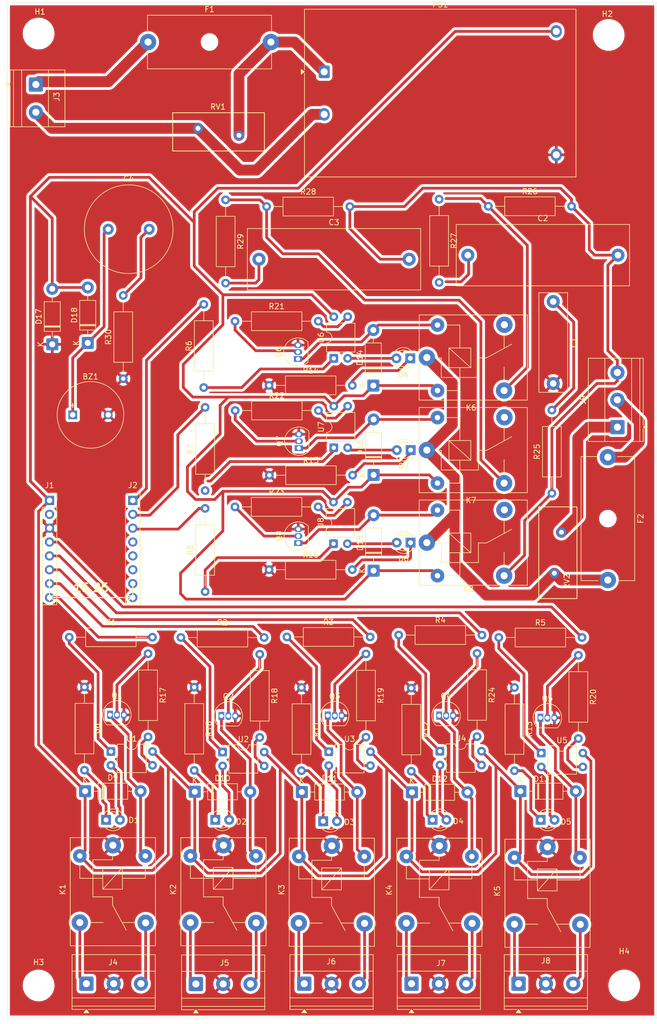
<source format=kicad_pcb>
(kicad_pcb (version 20241229) (generator "pcbnew") (generator_version "9.0")
  (layers (0 "F.Cu" signal) (2 "B.Cu" signal) (13 "F.Paste" user) (15 "B.Paste" user) (5 "F.SilkS" user "F.Silkscreen") (7 "B.SilkS" user "B.Silkscreen") (1 "F.Mask" user) (3 "B.Mask" user) (25 "Edge.Cuts" user))
  (net 0 "")
  (net 1 "Net-(D1-A)")
  (net 2 "Net-(D1-K)")
  (net 3 "Net-(D2-K)")
  (net 4 "Net-(D2-A)")
  (net 5 "Net-(D3-K)")
  (net 6 "Net-(D3-A)")
  (net 7 "Net-(D4-A)")
  (net 8 "Net-(D4-K)")
  (net 9 "Net-(D5-K)")
  (net 10 "Net-(D5-A)")
  (net 11 "Net-(D6-A)")
  (net 12 "Net-(D6-K)")
  (net 13 "Net-(D7-A)")
  (net 14 "Net-(D7-K)")
  (net 15 "Net-(D8-K)")
  (net 16 "Net-(D8-A)")
  (net 17 "/A")
  (net 18 "/VCC")
  (net 19 "/B")
  (net 20 "/C")
  (net 21 "/D")
  (net 22 "/E")
  (net 23 "/F")
  (net 24 "/H")
  (net 25 "/G")
  (net 26 "/4")
  (net 27 "/1")
  (net 28 "/0")
  (net 29 "GND")
  (net 30 "/2")
  (net 32 "/3")
  (net 33 "/7")
  (net 35 "/6")
  (net 36 "/9")
  (net 38 "/5")
  (net 39 "/10")
  (net 41 "Net-(J3-Pin_1)")
  (net 42 "Net-(J3-Pin_2)")
  (net 43 "/11")
  (net 44 "/12")
  (net 45 "/13")
  (net 46 "/14")
  (net 47 "/15")
  (net 48 "Net-(Q1-B)")
  (net 49 "Net-(Q2-B)")
  (net 50 "Net-(Q3-B)")
  (net 51 "Net-(Q4-B)")
  (net 52 "Net-(Q5-B)")
  (net 53 "Net-(Q6-B)")
  (net 54 "Net-(Q7-B)")
  (net 55 "Net-(Q8-B)")
  (net 56 "Net-(R1-Pad1)")
  (net 57 "Net-(R2-Pad1)")
  (net 58 "Net-(R3-Pad1)")
  (net 59 "Net-(R4-Pad1)")
  (net 60 "Net-(R5-Pad1)")
  (net 61 "Net-(R6-Pad1)")
  (net 62 "Net-(R7-Pad1)")
  (net 63 "Net-(R8-Pad1)")
  (net 64 "Net-(R17-Pad2)")
  (net 65 "Net-(R18-Pad2)")
  (net 66 "Net-(R19-Pad2)")
  (net 67 "Net-(R20-Pad2)")
  (net 68 "Net-(R21-Pad2)")
  (net 69 "Net-(R22-Pad2)")
  (net 70 "Net-(R23-Pad2)")
  (net 71 "Net-(R24-Pad2)")
  (net 72 "/16")
  (net 73 "Net-(PS1-AC{slash}L)")
  (net 74 "Net-(C4-Pad2)")
  (net 80 "/i")
  (net 81 "/ii")
  (net 82 "/iii")
  (net 83 "/iv")
  (net 84 "/v")
  (net 85 "Net-(C3-Pad1)")
  (net 86 "Net-(C1-Pad1)")
  (net 87 "Net-(C2-Pad1)")
  (net 88 "/AC")
  (net 89 "/BUZZER")
  (net 90 "/Neutral")
  (net 91 "/POWER")
  (footprint "LED_THT:LED_D3.0mm" (layer "F.Cu") (at 50.11 161.6725)
    (property "Reference" "D2")
    (property "Value" "LED")
  )
  (footprint "Package_DIP:DIP-4_W7.62mm" (layer "F.Cu") (at 109.8 149.4325)
    (property "Reference" "U5")
    (property "Value" "PC817")
  )
  (footprint "TerminalBlock_Phoenix:TerminalBlock_Phoenix_MKDS-1,5-3_1x03_P5.00mm_Horizontal" (layer "F.Cu") (at 46.55 191.7225)
    (property "Reference" "J5")
    (property "Value" "Screw_Terminal_01x03")
  )
  (footprint "Diode_THT:D_DO-41_SOD81_P10.16mm_Horizontal" (layer "F.Cu") (at 79.1 98.5 90)
    (property "Reference" "D16")
    (property "Value" "1N4007")
  )
  (footprint "Package_DIP:DIP-4_W7.62mm" (layer "F.Cu") (at 70.895 149.1975)
    (property "Reference" "U3")
    (property "Value" "PC817")
  )
  (footprint "Resistor_THT:R_Axial_DIN0309_L9.0mm_D3.2mm_P15.24mm_Horizontal" (layer "F.Cu") (at 60.01 98.55)
    (property "Reference" "R15")
    (property "Value" "1k")
  )
  (footprint "Resistor_THT:R_Axial_DIN0309_L9.0mm_D3.2mm_P15.24mm_Horizontal" (layer "F.Cu") (at 33.25 80.87 90)
    (property "Reference" "R30")
    (property "Value" "330")
  )
  (footprint "TerminalBlock_Phoenix:TerminalBlock_Phoenix_MKDS-1,5-3_1x03_P5.00mm_Horizontal" (layer "F.Cu") (at 86.05 191.6725)
    (property "Reference" "J7")
    (property "Value" "Screw_Terminal_01x03")
  )
  (footprint "Resistor_THT:R_Axial_DIN0309_L9.0mm_D3.2mm_P15.24mm_Horizontal" (layer "F.Cu") (at 58.25 131.3325 -90)
    (property "Reference" "R18")
    (property "Value" "1k")
  )
  (footprint "LED_THT:LED_D3.0mm" (layer "F.Cu") (at 69.86 161.9225)
    (property "Reference" "D3")
    (property "Value" "LED")
  )
  (footprint "Resistor_THT:R_Axial_DIN0309_L9.0mm_D3.2mm_P15.24mm_Horizontal" (layer "F.Cu") (at 43.81 128.2725)
    (property "Reference" "R2")
    (property "Value" "330")
  )
  (footprint "Package_DIP:DIP-4_W7.62mm" (layer "F.Cu") (at 51.445 149.2475)
    (property "Reference" "U2")
    (property "Value" "PC817")
  )
  (footprint "Buzzer_Beeper:MagneticBuzzer_ProSignal_ABT-410-RC" (layer "F.Cu") (at 24 87.5)
    (property "Reference" "BZ1")
    (property "Value" "Buzzer")
  )
  (footprint "Resistor_THT:R_Axial_DIN0309_L9.0mm_D3.2mm_P15.24mm_Horizontal" (layer "F.Cu") (at 116.6 131.5325 -90)
    (property "Reference" "R20")
    (property "Value" "1k")
  )
  (footprint "Resistor_THT:R_Axial_DIN0309_L9.0mm_D3.2mm_P15.24mm_Horizontal" (layer "F.Cu") (at 98.05 131.1825 -90)
    (property "Reference" "R24")
    (property "Value" "1k")
  )
  (footprint "Relay_THT:Relay_SPDT_SANYOU_SRD_Series_Form_C" (layer "F.Cu") (at 88.85 93.95)
    (property "Reference" "K7")
    (property "Value" "SANYOU_SRD_Form_C")
  )
  (footprint "Package_DIP:DIP-4_W7.62mm" (layer "F.Cu") (at 71.81 77.15 90)
    (property "Reference" "U6")
    (property "Value" "PC817")
  )
  (footprint "Package_TO_SOT_THT:TO-92_Inline" (layer "F.Cu") (at 65.25 77.27 90)
    (property "Reference" "Q6")
    (property "Value" "BC547")
  )
  (footprint "Resistor_THT:R_Axial_DIN0309_L9.0mm_D3.2mm_P15.24mm_Horizontal" (layer "F.Cu") (at 104.9 137.4325 -90)
    (property "Reference" "R13")
    (property "Value" "1k")
  )
  (footprint "Package_DIP:DIP-4_W7.62mm" (layer "F.Cu") (at 71.81 93.52 90)
    (property "Reference" "U7")
    (property "Value" "PC817")
  )
  (footprint "Capacitor_THT:C_Rect_L31.5mm_W11.0mm_P27.50mm_MKS4" (layer "F.Cu") (at 96.35 58.25)
    (property "Reference" "C2")
    (property "Value" "2.2uf/250V")
  )
  (footprint "LED_THT:LED_D3.0mm" (layer "F.Cu") (at 85.89 93.95 180)
    (property "Reference" "D7")
    (property "Value" "LED")
  )
  (footprint "Resistor_THT:R_Axial_DIN0309_L9.0mm_D3.2mm_P15.24mm_Horizontal" (layer "F.Cu") (at 111.75 101.87 90)
    (property "Reference" "R25")
    (property "Value" "100 (1/2, 1)W")
  )
  (footprint "Diode_THT:D_DO-41_SOD81_P10.16mm_Horizontal" (layer "F.Cu") (at 26.27 156.4225)
    (property "Reference" "D9")
    (property "Value" "1N4007")
  )
  (footprint "Capacitor_THT:C_Radial_D16.0mm_H25.0mm_P7.50mm" (layer "F.Cu") (at 30.5 53.5)
    (property "Reference" "C4")
    (property "Value" "4700u")
  )
  (footprint "Resistor_THT:R_Axial_DIN0309_L9.0mm_D3.2mm_P15.24mm_Horizontal" (layer "F.Cu") (at 59.51 49.35)
    (property "Reference" "R28")
    (property "Value" "220k 1/4W")
  )
  (footprint "Relay_THT:Relay_SPDT_SANYOU_SRD_Series_Form_C" (layer "F.Cu") (at 110.95 166.6225 -90)
    (property "Reference" "K5")
    (property "Value" "SANYOU_SRD_Form_C")
  )
  (footprint "Resistor_THT:R_Axial_DIN0309_L9.0mm_D3.2mm_P15.24mm_Horizontal" (layer "F.Cu") (at 63.23 128.1725)
    (property "Reference" "R3")
    (property "Value" "330")
  )
  (footprint "Diode_THT:D_DO-41_SOD81_P10.16mm_Horizontal" (layer "F.Cu") (at 79.1 116.03 90)
    (property "Reference" "D15")
    (property "Value" "1N4007")
  )
  (footprint "MountingHole:MountingHole_5.3mm_M5" (layer "F.Cu") (at 17.75 17.6725)
    (property "Reference" "H1")
    (property "Value" "MountingHole")
  )
  (footprint "Resistor_THT:R_Axial_DIN0309_L9.0mm_D3.2mm_P15.24mm_Horizontal" (layer "F.Cu") (at 53.73 70.35)
    (property "Reference" "R21")
    (property "Value" "1k")
  )
  (footprint "Relay_THT:Relay_SPDT_SANYOU_SRD_Series_Form_C" (layer "F.Cu") (at 71.45 166.4225 -90)
    (property "Reference" "K3")
    (property "Value" "SANYOU_SRD_Form_C")
  )
  (footprint "Package_TO_SOT_THT:TO-92_Inline" (layer "F.Cu") (at 30.83 142.4325)
    (property "Reference" "Q1")
    (property "Value" "BC547")
  )
  (footprint "Diode_THT:D_DO-41_SOD81_P10.16mm_Horizontal" (layer "F.Cu") (at 65.95 156.5725)
    (property "Reference" "D11")
    (property "Value" "1N4007")
  )
  (footprint "Resistor_THT:R_Axial_DIN0309_L9.0mm_D3.2mm_P15.24mm_Horizontal" (layer "F.Cu") (at 48.25 119.87 90)
    (property "Reference" "R8")
    (property "Value" "330")
  )
  (footprint "Relay_THT:Relay_SPDT_SANYOU_SRD_Series_Form_C" (layer "F.Cu") (at 88.85 110.9)
    (property "Reference" "K8")
    (property "Value" "SANYOU_SRD_Form_C")
  )
  (footprint "Resistor_THT:R_Axial_DIN0309_L9.0mm_D3.2mm_P15.24mm_Horizontal" (layer "F.Cu") (at 83.7 127.8225)
    (property "Reference" "R4")
    (property "Value" "330")
  )
  (footprint "Package_TO_SOT_THT:TO-92_Inline" (layer "F.Cu") (at 65.3 110.97 90)
    (property "Reference" "Q8")
    (property "Value" "BC547")
  )
  (footprint "MountingHole:MountingHole_5.3mm_M5" (layer "F.Cu") (at 17.75 192)
    (property "Reference" "H3")
    (property "Value" "MountingHole")
  )
  (footprint "Diode_THT:D_DO-41_SOD81_P10.16mm_Horizontal" (layer "F.Cu") (at 86.13 156.6225)
    (property "Reference" "D12")
    (property "Value" "1N4007")
  )
  (footprint "Converter_ACDC:Converter_ACDC_Hi-Link_HLK-10Mxx" (layer "F.Cu") (at 70.0525 24.6725)
    (property "Reference" "PS1")
    (property "Value" "HLK-10M05")
  )
  (footprint "Relay_THT:Relay_SPDT_SANYOU_SRD_Series_Form_C" (layer "F.Cu") (at 91.15 166.4225 -90)
    (property "Reference" "K4")
    (property "Value" "SANYOU_SRD_Form_C")
  )
  (footprint "Resistor_THT:R_Axial_DIN0309_L9.0mm_D3.2mm_P15.24mm_Horizontal" (layer "F.Cu") (at 53.71 104.35)
    (property "Reference" "R23")
    (property "Value" "1k")
  )
  (footprint "Resistor_THT:R_Axial_DIN0309_L9.0mm_D3.2mm_P15.24mm_Horizontal" (layer "F.Cu") (at 100.11 49.3)
    (property "Reference" "R26")
    (property "Value" "220k 1/4W")
  )
  (footprint "Resistor_THT:R_Axial_DIN0309_L9.0mm_D3.2mm_P15.24mm_Horizontal" (layer "F.Cu") (at 59.96 115.85)
    (property "Reference" "R16")
    (property "Value" "1k")
  )
  (footprint "Fuse:Fuseholder_Cylinder-5x20mm_Schurter_0031_8201_Horizontal_Open" (layer "F.Cu") (at 122 95.25 -90)
    (property "Reference" "F2")
    (property "Value" "250VAC/250mA")
  )
  (footprint "Resistor_THT:R_Axial_DIN0309_L9.0mm_D3.2mm_P15.24mm_Horizontal" (layer "F.Cu") (at 53.76 86.7)
    (property "Reference" "R22")
    (property "Value" "1k")
  )
  (footprint "Diode_THT:D_DO-41_SOD81_P10.16mm_Horizontal" (layer "F.Cu") (at 20.25 74.58 90)
    (property "Reference" "D17")
    (property "Value" "1N5819")
  )
  (footprint "Resistor_THT:R_Axial_DIN0309_L9.0mm_D3.2mm_P15.24mm_Horizontal" (layer "F.Cu") (at 102.03 128.2725)
    (property "Reference" "R5")
    (property "Value" "330")
  )
  (footprint "Package_DIP:DIP-4_W7.62mm" (layer "F.Cu") (at 71.76 111.1 90)
    (property "Reference" "U8")
    (property "Value" "PC817")
  )
  (footprint "Package_DIP:DIP-4_W7.62mm" (layer "F.Cu") (at 30.995 149.1475)
    (property "Reference" "U1")
    (property "Value" "PC817")
  )
  (footprint "TerminalBlock_Phoenix:TerminalBlock_Phoenix_MKDS-1,5-3_1x03_P5.00mm_Horizontal" (layer "F.Cu") (at 105.65 191.6725)
    (property "Reference" "J8")
    (property "Value" "Screw_Terminal_01x03")
  )
  (footprint "TerminalBlock_Phoenix:TerminalBlock_Phoenix_MKDS-1,5-2-5.08_1x02_P5.08mm_Horizontal" (layer "F.Cu") (at 17.25 27 -90)
    (property "Reference" "J3")
    (property "Value" "Screw_Terminal_01x02")
  )
  (footprint "Package_TO_SOT_THT:TO-92_Inline" (layer "F.Cu") (at 109.66 142.9725)
    (property "Reference" "Q5")
    (property "Value" "BC547")
  )
  (footprint "Resistor_THT:R_Axial_DIN0309_L9.0mm_D3.2mm_P15.24mm_Horizontal" (layer "F.Cu") (at 26.15 137.3325 -90)
    (property "Reference" "R9")
    (property "Value" "1k")
  )
  (footprint "TerminalBlock_Phoenix:TerminalBlock_Phoenix_MKDS-1,5-3_1x03_P5.00mm_Horizontal" (layer "F.Cu") (at 26.5 191.6725)
    (property "Reference" "J4")
    (property "Value" "Screw_Terminal_01x03")
  )
  (footprint "Resistor_THT:R_Axial_DIN0309_L9.0mm_D3.2mm_P15.24mm_Horizontal" (layer "F.Cu") (at 37.8 131.2325 -90)
    (property "Reference" "R17")
    (property "Value" "1k")
  )
  (footprint "Resistor_THT:R_Axial_DIN0309_L9.0mm_D3.2mm_P15.24mm_Horizontal" (layer "F.Cu") (at 77.7 131.2825 -90)
    (property "Reference" "R19")
    (property "Value" "1k")
  )
  (footprint "Relay_THT:Relay_SPDT_SANYOU_SRD_Series_Form_C" (layer "F.Cu") (at 51.6 166.3225 -90)
    (property "Reference" "K2")
    (property "Value" "SANYOU_SRD_Form_C")
  )
  (footprint "Resistor_THT:R_Axial_DIN0309_L9.0mm_D3.2mm_P15.24mm_Horizontal" (layer "F.Cu") (at 59.96 82.1)
    (property "Reference" "R14")
    (property "Value" "1k")
  )
  (footprint "Resistor_THT:R_Axial_DIN0309_L9.0mm_D3.2mm_P15.24mm_Horizontal" (layer "F.Cu") (at 52 48.13 -90)
    (property "Reference" "R29")
    (property "Value" "2.2u/1/2W")
  )
  (footprint "Package_DIP:DIP-4_W7.62mm" (layer "F.Cu") (at 91.245 149.0975)
    (property "Reference" "U4")
    (property "Value" "PC817")
  )
  (footprint "MountingHole:MountingHole_5.3mm_M5" (layer "F.Cu") (at 125 192)
    (property "Reference" "H4")
    (property "Value" "MountingHole")
  )
  (footprint "Resistor_THT:R_Axial_DIN0309_L9.0mm_D3.2mm_P15.24mm_Horizontal" (layer "F.Cu") (at 91.1 48.01 -90)
    (property "Reference" "R27")
    (property "Value" "2.2u/1/2W")
  )
  (footprint "LED_THT:LED_D3.0mm" (layer "F.Cu") (at 89.9 161.6725)
    (property "Reference" "D4")
    (property "Value" "LED")
  )
  (footprint "Relay_THT:Relay_SPDT_SANYOU_SRD_Series_Form_C" (layer "F.Cu") (at 31.35 166.3225 -90)
    (property "Reference" "K1")
    (property "Value" "SANYOU_SRD_Form_C")
  )
  (footprint "Resistor_THT:R_Axial_DIN0309_L9.0mm_D3.2mm_P15.24mm_Horizontal" (layer "F.Cu") (at 46.25 137.3725 -90)
    (property "Reference" "R10")
    (property "Value" "1k")
  )
  (footprint "Capacitor_THT:C_Rect_L18.0mm_W5.0mm_P15.00mm_FKS3_FKP3" (layer "F.Cu") (at 112 66.75 -90)
    (property "Reference" "C1")
    (property "Value" "0.1µF X2 275VAC")
  )
  (footprint "Package_TO_SOT_THT:TO-92_Inline" (layer "F.Cu") (at 51.23 142.6325)
    (property "Reference" "Q2")
    (property "Value" "BC547")
  )
  (footprint "Connector_PinSocket_2.54mm:PinSocket_1x08_P2.54mm_Vertical" (layer "F.Cu") (at 19.75 103.17)
    (property "Reference" "J1")
    (property "Value" "Conn_01x08_Socket" (hide yes))
  )
  (footprint "TerminalBlock_Phoenix:TerminalBlock_Phoenix_MKDS-1,5-3_1x03_P5.00mm_Horizontal" (layer "F.Cu") (at 123.75 89.75 90)
    (property "Reference" "J9")
    (property "Value" "Screw_Terminal_01x03")
  )
  (footprint "Capacitor_THT:C_Rect_L31.5mm_W11.0mm_P27.50mm_MKS4" (layer "F.Cu") (at 58.1 59)
    (property "Reference" "C3")
    (property "Value" "3.3uf/250V")
  )
  (footprint "Fuse:Fuseholder_Cylinder-5x20mm_Schurter_0031_8201_Horizontal_Open" (layer "F.Cu") (at 37.8 19.2225)
    (property "Reference" "F1")
    (property "Value" "250VAC/250mA")
  )
  (footprint "LED_THT:LED_D3.0mm" (layer "F.Cu") (at 85.87 110.9 180)
    (property "Reference" "D8")
    (property "Value" "LED")
  )
  (footprint "Connector_PinSocket_2.54mm:PinSocket_1x08_P2.54mm_Vertical" (layer "F.Cu") (at 35 103.17)
    (property "Reference" "J2")
    (property "Value" "Conn_01x08_Socket" (hide yes))
  )
  (footprint "LED_THT:LED_D3.0mm" (layer "F.Cu") (at 30.11 161.6725)
    (property "Reference" "D1")
    (property "Value" "LED")
  )
  (footprint "LED_THT:LED_D3.0mm" (layer "F.Cu") (at 85.82 77.15 180)
    (property "Reference" "D6")
    (property "Value" "LED")
  )
  (footprint "Diode_THT:D_DO-41_SOD81_P10.16mm_Horizontal" (layer "F.Cu") (at 105.98 156.4225)
    (property "Reference" "D13")
    (property "Value" "1N4007")
  )
  (footprint "Package_TO_SOT_THT:TO-92_Inline" (layer "F.Cu") (at 70.71 142.5725)
    (property "Reference" "Q3")
    (property "Value" "BC547")
  )
  (footprint "Resistor_THT:R_Axial_DIN0309_L9.0mm_D3.2mm_P15.24mm_Horizontal" (layer "F.Cu") (at 65.9 137.4225 -90)
    (property "Reference" "R11")
    (property "Value" "1k")
  )
  (footprint "Varistor:RV_Disc_D16.5mm_W6.7mm_P7.5mm" (layer "F.Cu") (at 46.95 35.0225)
    (property "Reference" "RV1")
    (property "Value" "471k")
  )
  (footprint "LED_THT:LED_D3.0mm" (layer "F.Cu") (at 109.69 161.6725)
    (property "Reference" "D5")
    (property "Value" "LED")
  )
  (footprint "Package_TO_SOT_THT:TO-92_Inline" (layer "F.Cu") (at 91.11 142.5725)
    (property "Reference" "Q4")
    (property "Value" "BC547")
  )
  (footprint "Resistor_THT:R_Axial_DIN0309_L9.0mm_D3.2mm_P15.24mm_Horizontal" (layer "F.Cu") (at 86 137.5225 -90)
    (property "Reference" "R12")
    (property "Value" "1k")
  )
  (footprint "Diode_THT:D_DO-41_SOD81_P10.16mm_Horizontal" (layer "F.Cu") (at 46.35 156.5225)
    (property "Reference" "D10")
    (property "Value" "1N4007")
  )
  (footprint "Resistor_THT:R_Axial_DIN0309_L9.0mm_D3.2mm_P15.24mm_Horizontal" (layer "F.Cu") (at 48.25 101.37 90)
    (property "Reference" "R7")
    (property "Value" "330")
  )
  (footprint "Resistor_THT:R_Axial_DIN0309_L9.0mm_D3.2mm_P15.24mm_Horizontal" (layer "F.Cu") (at 23.36 128.2225)
    (property "Reference" "R1")
    (property "Value" "330")
  )
  (footprint "MountingHole:MountingHole_5.3mm_M5" (layer "F.Cu") (at 122.15 17.9225)
    (property "Reference" "H2")
    (property "Value" "MountingHole")
  )
  (footprint "Diode_THT:D_DO-41_SOD81_P10.16mm_Horizontal" (layer "F.Cu") (at 79.05 82.13 90)
    (property "Reference" "D14")
    (property "Value" "1N4007")
  )
  (footprint "Varistor:RV_Disc_D16.5mm_W6.7mm_P7.5mm" (layer "F.Cu") (at 113.5 109 -90)
    (property "Reference" "RV2")
    (property "Value" "471k")
  )
  (footprint "Resistor_THT:R_Axial_DIN0309_L9.0mm_D3.2mm_P15.24mm_Horizontal" (layer "F.Cu") (at 48 82.5 90)
    (property "Reference" "R6")
    (property "Value" "330")
  )
  (footprint "Relay_THT:Relay_SPDT_SANYOU_SRD_Series_Form_C" (layer "F.Cu") (at 88.85 77)
    (property "Reference" "K6")
    (property "Value" "SANYOU_SRD_Form_C")
  )
  (footprint "Diode_THT:D_DO-41_SOD81_P10.16mm_Horizontal" (layer "F.Cu") (at 26.75 74.33 90)
    (property "Reference" "D18")
    (property "Value" "1N5819")
  )
  (footprint "TerminalBlock_Phoenix:TerminalBlock_Phoenix_MKDS-1,5-3_1x03_P5.00mm_Horizontal" (layer "F.Cu") (at 66.4 191.6725)
    (property "Reference" "J6")
    (property "Value" "Screw_Terminal_01x03")
  )
  (footprint "Package_TO_SOT_THT:TO-92_Inline" (layer "F.Cu") (at 65.4 93.59 90)
    (property "Reference" "Q7")
    (property "Value" "BC547")
  )
  (gr_rect (start 12 12) (end 131 198) (stroke (width 0.05)) (fill no) (layer "Edge.Cuts"))
  (dimension (type orthogonal) (layer "F.SilkS") (pts (xy 19.75 116.85) (xy 35 117.6)) (height 4.1) (orientation 0) (format (prefix "") (suffix "") (units 3) (units_format 0) (precision 4) (suppress_zeroes yes)) (style (thickness 0.2) (arrow_length 1.27) (text_position_mode 0) (arrow_direction outward) (extension_height 0.58642) (extension_offset 0.5) (keep_text_aligned yes)) (gr_text "15.25" (at 27.375 119.15 0) (layer "F.SilkS") (effects (font (size 1.5 1.5) (thickness 0.3)))))
  (segment (start 30.995 151.6875) (end 32.4 153.0925) (width 0.5) (layer "F.Cu") (net 1))
  (segment (start 32.4 159.1725) (end 32.65 159.4225) (width 0.5) (layer "F.Cu") (net 1))
  (segment (start 32.65 159.4225) (end 32.65 161.6725) (width 0.5) (layer "F.Cu") (net 1))
  (segment (start 32.4 153.0925) (end 32.4 159.1725) (width 0.5) (layer "F.Cu") (net 1))
  (segment (start 29.5 155.9225) (end 29.5 158.2725) (width 0.5) (layer "F.Cu") (net 2))
  (segment (start 26.15 152.5725) (end 29.5 155.9225) (width 0.5) (layer "F.Cu") (net 2))
  (segment (start 30.11 158.8825) (end 30.11 161.6725) (width 0.5) (layer "F.Cu") (net 2))
  (segment (start 29.5 158.2725) (end 30.11 158.8825) (width 0.5) (layer "F.Cu") (net 2))
  (segment (start 46.25 152.6125) (end 50.11 156.4725) (width 0.5) (layer "F.Cu") (net 3))
  (segment (start 50.11 156.4725) (end 50.11 161.6725) (width 0.5) (layer "F.Cu") (net 3))
  (segment (start 52.65 156.6725) (end 52.65 161.6725) (width 0.5) (layer "F.Cu") (net 4))
  (segment (start 51.445 151.7875) (end 51.445 155.4675) (width 0.5) (layer "F.Cu") (net 4))
  (segment (start 51.445 155.4675) (end 52.65 156.6725) (width 0.5) (layer "F.Cu") (net 4))
  (segment (start 69.9 155.4225) (end 69.86 155.4625) (width 0.2) (layer "F.Cu") (net 5))
  (segment (start 65.9 152.6625) (end 67.14 152.6625) (width 0.5) (layer "F.Cu") (net 5))
  (segment (start 67.14 152.6625) (end 69.9 155.4225) (width 0.5) (layer "F.Cu") (net 5))
  (segment (start 69.86 155.4625) (end 69.86 161.9225) (width 0.5) (layer "F.Cu") (net 5))
  (segment (start 72.4 156.1725) (end 72.4 161.9225) (width 0.5) (layer "F.Cu") (net 6))
  (segment (start 70.895 154.6675) (end 72.4 156.1725) (width 0.5) (layer "F.Cu") (net 6))
  (segment (start 70.895 151.7375) (end 70.895 154.6675) (width 0.5) (layer "F.Cu") (net 6))
  (segment (start 91.245 160.4775) (end 92.44 161.6725) (width 0.5) (layer "F.Cu") (net 7))
  (segment (start 91.245 151.6375) (end 91.245 160.4775) (width 0.5) (layer "F.Cu") (net 7))
  (segment (start 89.9 161.6725) (end 88.9 160.6725) (width 0.5) (layer "F.Cu") (net 8))
  (segment (start 88.9 155.6625) (end 86 152.7625) (width 0.5) (layer "F.Cu") (net 8))
  (segment (start 88.9 160.6725) (end 88.9 155.6625) (width 0.5) (layer "F.Cu") (net 8))
  (segment (start 107.9 154.1725) (end 107.9 159.8825) (width 0.5) (layer "F.Cu") (net 9))
  (segment (start 104.9 152.6725) (end 106.4 152.6725) (width 0.5) (layer "F.Cu") (net 9))
  (segment (start 106.4 152.6725) (end 107.9 154.1725) (width 0.5) (layer "F.Cu") (net 9))
  (segment (start 107.9 159.8825) (end 109.69 161.6725) (width 0.5) (layer "F.Cu") (net 9))
  (segment (start 109.8 151.9725) (end 111.4 153.5725) (width 0.5) (layer "F.Cu") (net 10))
  (segment (start 111.4 153.5725) (end 111.4 160.8425) (width 0.5) (layer "F.Cu") (net 10))
  (segment (start 111.4 160.8425) (end 112.23 161.6725) (width 0.5) (layer "F.Cu") (net 10))
  (segment (start 83.28 77.15) (end 74.35 77.15) (width 0.5) (layer "F.Cu") (net 11))
  (segment (start 75.2 81.3) (end 75.2 82.1) (width 0.5) (layer "F.Cu") (net 12))
  (segment (start 77.1 79.4) (end 75.2 81.3) (width 0.5) (layer "F.Cu") (net 12))
  (segment (start 83.57 79.4) (end 77.1 79.4) (width 0.5) (layer "F.Cu") (net 12))
  (segment (start 85.82 77.15) (end 83.57 79.4) (width 0.5) (layer "F.Cu") (net 12))
  (segment (start 74.78 93.95) (end 74.35 93.52) (width 0.5) (layer "F.Cu") (net 13))
  (segment (start 83.35 93.95) (end 74.78 93.95) (width 0.5) (layer "F.Cu") (net 13))
  (segment (start 84.02 96.4) (end 85.89 94.53) (width 0.5) (layer "F.Cu") (net 14))
  (segment (start 77.4 96.4) (end 84.02 96.4) (width 0.5) (layer "F.Cu") (net 14))
  (segment (start 85.89 94.53) (end 85.89 93.95) (width 0.5) (layer "F.Cu") (net 14))
  (segment (start 75.25 98.55) (end 77.4 96.4) (width 0.5) (layer "F.Cu") (net 14))
  (segment (start 85.87 113.68) (end 85.87 110.9) (width 0.5) (layer "F.Cu") (net 15))
  (segment (start 77 114.05) (end 85.5 114.05) (width 0.5) (layer "F.Cu") (net 15))
  (segment (start 75.2 115.85) (end 77 114.05) (width 0.5) (layer "F.Cu") (net 15))
  (segment (start 85.5 114.05) (end 85.87 113.68) (width 0.5) (layer "F.Cu") (net 15))
  (segment (start 74.3 111.1) (end 83.13 111.1) (width 0.5) (layer "F.Cu") (net 16))
  (segment (start 83.13 111.1) (end 83.33 110.9) (width 0.2) (layer "F.Cu") (net 16))
  (segment (start 36.43 167.4025) (end 37.3 168.2725) (width 0.5) (layer "F.Cu") (net 17))
  (segment (start 36.43 156.4225) (end 36.43 167.4025) (width 0.5) (layer "F.Cu") (net 17))
  (segment (start 34.15 145.9775) (end 34.15 154.1425) (width 0.5) (layer "F.Cu") (net 17))
  (segment (start 34.15 154.1425) (end 36.43 156.4225) (width 0.5) (layer "F.Cu") (net 17))
  (segment (start 30.83 142.4325) (end 30.83 142.6575) (width 0.2) (layer "F.Cu") (net 17))
  (segment (start 30.83 142.6575) (end 34.15 145.9775) (width 0.5) (layer "F.Cu") (net 17))
  (segment (start 59.065 149.2475) (end 60.166 150.3485) (width 0.2) (layer "F.Cu") (net 18))
  (segment (start 105.98 167.7845) (end 105.98 156.4225) (width 0.5) (layer "F.Cu") (net 18))
  (segment (start 71.81 85.9) (end 70.16 84.25) (width 0.5) (layer "F.Cu") (net 18))
  (segment (start 89.88 82.13) (end 90.8 83.05) (width 0.5) (layer "F.Cu") (net 18))
  (segment (start 27.95 170.9225) (end 25.3 168.2725) (width 0.5) (layer "F.Cu") (net 18))
  (segment (start 73.71 84) (end 71.81 85.9) (width 0.5) (layer "F.Cu") (net 18))
  (segment (start 117.4 171.6725) (end 108 171.6725) (width 0.5) (layer "F.Cu") (net 18))
  (segment (start 45 97) (end 45 101.5) (width 0.5) (layer "F.Cu") (net 18))
  (segment (start 79.05 82.13) (end 89.88 82.13) (width 0.5) (layer "F.Cu") (net 18))
  (segment (start 79.1 116.03) (end 89.88 116.03) (width 0.5) (layer "F.Cu") (net 18))
  (segment (start 105.98 156.2125) (end 105.98 156.4225) (width 0.2) (layer "F.Cu") (net 18))
  (segment (start 76.85 100.75) (end 74.49 100.75) (width 0.5) (layer "F.Cu") (net 18))
  (segment (start 112.5525 17.2725) (end 94.05 17.2725) (width 0.5) (layer "F.Cu") (net 18))
  (segment (start 46.35 156.5225) (end 46.35 167.4725) (width 0.5) (layer "F.Cu") (net 18))
  (segment (start 19.7 103.12) (end 19.75 103.17) (width 0.2) (layer "F.Cu") (net 18))
  (segment (start 17.75 147.9025) (end 17.75 105.17) (width 0.5) (layer "F.Cu") (net 18))
  (segment (start 41.5 168.0725) (end 38.65 170.9225) (width 0.5) (layer "F.Cu") (net 18))
  (segment (start 41.5 152.0325) (end 41.5 168.0725) (width 0.5) (layer "F.Cu") (net 18))
  (segment (start 67.78 65.5) (end 51.5 65.5) (width 0.5) (layer "F.Cu") (net 18))
  (segment (start 59.065 149.2475) (end 65.95 156.1325) (width 0.5) (layer "F.Cu") (net 18))
  (segment (start 89.3 98.5) (end 90.8 100) (width 0.5) (layer "F.Cu") (net 18))
  (segment (start 101.5 167.8225) (end 98.15 171.1725) (width 0.5) (layer "F.Cu") (net 18))
  (segment (start 79.05 82.13) (end 77.18 84) (width 0.5) (layer "F.Cu") (net 18))
  (segment (start 51 85.75) (end 51 91) (width 0.5) (layer "F.Cu") (net 18))
  (segment (start 105.192 168.5725) (end 105.98 167.7845) (width 0.5) (layer "F.Cu") (net 18))
  (segment (start 72.911 84.799) (end 73.061 84.649) (width 0.5) (layer "F.Cu") (net 18))
  (segment (start 26.27 167.3025) (end 25.3 168.2725) (width 0.5) (layer "F.Cu") (net 18))
  (segment (start 70.16 84.25) (end 52.5 84.25) (width 0.5) (layer "F.Cu") (net 18))
  (segment (start 43.75 120.25) (end 43.75 116.5) (width 0.5) (layer "F.Cu") (net 18))
  (segment (start 26.27 156.4225) (end 26.27 167.3025) (width 0.5) (layer "F.Cu") (net 18))
  (segment (start 79.1 98.5) (end 89.3 98.5) (width 0.5) (layer "F.Cu") (net 18))
  (segment (start 44.25 82.5) (end 44.25 78.25) (width 0.5) (layer "F.Cu") (net 18))
  (segment (start 117.42 149.4325) (end 118.9 150.9125) (width 0.5) (layer "F.Cu") (net 18))
  (segment (start 26.75 64.17) (end 20.5 64.17) (width 0.5) (layer "F.Cu") (net 18))
  (segment (start 83.242 82.13) (end 79.05 82.13) (width 0.2) (layer "F.Cu") (net 18))
  (segment (start 46.25 50.3225) (end 46.25 52.25) (width 0.5) (layer "F.Cu") (net 18))
  (segment (start 38.615 149.1475) (end 39.716 150.2485) (width 0.2) (layer "F.Cu") (net 18))
  (segment (start 51.5 71) (end 51.5 65.5) (width 0.5) (layer "F.Cu") (net 18))
  (segment (start 65.95 167.8225) (end 65.4 168.3725) (width 0.5) (layer "F.Cu") (net 18))
  (segment (start 52.5 84.25) (end 46 84.25) (width 0.5) (layer "F.Cu") (net 18))
  (segment (start 98.15 171.1725) (end 87.9 171.1725) (width 0.5) (layer "F.Cu") (net 18))
  (segment (start 46 84.25) (end 44.25 82.5) (width 0.5) (layer "F.Cu") (net 18))
  (segment (start 81.5 168.5725) (end 78.15 171.9225) (width 0.5) (layer "F.Cu") (net 18))
  (segment (start 101.5 151.7325) (end 101.5 167.8225) (width 0.5) (layer "F.Cu") (net 18))
  (segment (start 62 152.1825) (end 62 167.8225) (width 0.5) (layer "F.Cu") (net 18))
  (segment (start 94.05 17.2725) (end 65.3225 46) (width 0.5) (layer "F.Cu") (net 18))
  (segment (start 65.95 156.5725) (end 65.95 167.8225) (width 0.5) (layer "F.Cu") (net 18))
  (segment (start 65.3225 46) (end 50.5725 46) (width 0.5) (layer "F.Cu") (net 18))
  (segment (start 48.7 171.4225) (end 45.55 168.2725) (width 0.5) (layer "F.Cu") (net 18))
  (segment (start 39.716 150.2485) (end 41.5 152.0325) (width 0.5) (layer "F.Cu") (net 18))
  (segment (start 46.35 167.4725) (end 45.55 168.2725) (width 0.5) (layer "F.Cu") (net 18))
  (segment (start 38 44) (end 19.75 44) (width 0.5) (layer "F.Cu") (net 18))
  (segment (start 46.25 52.25) (end 38 44) (width 0.5) (layer "F.Cu") (net 18))
  (segment (start 81.5 152.1825) (end 81.5 168.5725) (width 0.5) (layer "F.Cu") (net 18))
  (segment (start 38.65 170.9225) (end 27.95 170.9225) (width 0.5) (layer "F.Cu") (net 18))
  (segment (start 20.25 51.5) (end 16.25 47.5) (width 0.5) (layer "F.Cu") (net 18))
  (segment (start 52.5 84.25) (end 51 85.75) (width 0.5) (layer "F.Cu") (net 18))
  (segment (start 98.865 149.0975) (end 99.966 150.1985) (width 0.2) (layer "F.Cu") (net 18))
  (segment (start 45.99 156.5225) (end 46.35 156.5225) (width 0.2) (layer "F.Cu") (net 18))
  (segment (start 73.88 121.25) (end 44.75 121.25) (width 0.5) (layer "F.Cu") (net 18))
  (segment (start 79.616 150.2985) (end 81.5 152.1825) (width 0.5) (layer "F.Cu") (net 18))
  (segment (start 20.25 64.42) (end 20.25 51.5) (width 0.5) (layer "F.Cu") (net 18))
  (segment (start 50.5725 46) (end 46.25 50.3225) (width 0.5) (layer "F.Cu") (net 18))
  (segment (start 74.49 100.75) (end 71.76 103.48) (width 0.5) (layer "F.Cu") (net 18))
  (segment (start 89.88 116.03) (end 90.8 116.95) (width 0.5) (layer "F.Cu") (net 18))
  (segment (start 44.75 121.25) (end 43.75 120.25) (width 0.5) (layer "F.Cu") (net 18))
  (segment (start 50 103) (end 51.5 101.5) (width 0.5) (layer "F.Cu") (net 18))
  (segment (start 118.9 170.1725) (end 117.4 171.6725) (width 0.5) (layer "F.Cu") (net 18))
  (segment (start 77.18 84) (end 73.71 84) (width 0.5) (layer "F.Cu") (net 18))
  (segment (start 87.9 171.1725) (end 85.1 168.3725) (width 0.5) (layer "F.Cu") (net 18))
  (segment (start 71.76 103.48) (end 72.861 102.379) (width 0.2) (layer "F.Cu") (net 18))
  (segment (start 86.266999 116.03) (end 79.1 116.03) (width 0.2) (layer "F.Cu") (net 18))
  (segment (start 62 167.8225) (end 58.4 171.4225) (width 0.5) (layer "F.Cu") (net 18))
  (segment (start 78.515 149.1975) (end 79.616 150.2985) (width 0.2) (layer "F.Cu") (net 18))
  (segment (start 20.5 64.17) (end 20.25 64.42) (width 0.2) (layer "F.Cu") (net 18))
  (segment (start 85.94 156.6225) (end 86.13 156.6225) (width 0.2) (layer "F.Cu") (net 18))
  (segment (start 65.95 156.1325) (end 65.95 156.5725) (width 0.2) (layer "F.Cu") (net 18))
  (segment (start 86.13 167.3425) (end 85.1 168.3725) (width 0.5) (layer "F.Cu") (net 18))
  (segment (start 51.5 101.5) (end 69.78 101.5) (width 0.5) (layer "F.Cu") (net 18))
  (segment (start 38.615 149.1475) (end 45.99 156.5225) (width 0.5) (layer "F.Cu") (net 18))
  (segment (start 51 91) (end 45 97) (width 0.5) (layer "F.Cu") (net 18))
  (segment (start 51.5 108.75) (end 51.5 101.5) (width 0.5) (layer "F.Cu") (net 18))
  (segment (start 16.25 99.67) (end 19.5 102.92) (width 0.5) (layer "F.Cu") (net 18))
  (segment (start 78.515 149.1975) (end 85.94 156.6225) (width 0.5) (layer "F.Cu") (net 18))
  (segment (start 104.9 168.5725) (end 105.192 168.5725) (width 0.2) (layer "F.Cu") (net 18))
  (segment (start 45 101.5) (end 46.5 103) (width 0.5) (layer "F.Cu") (net 18))
  (segment (start 17.75 105.17) (end 19.75 103.17) (width 0.5) (layer "F.Cu") (net 18))
  (segment (start 69.78 101.5) (end 71.76 103.48) (width 0.5) (layer "F.Cu") (net 18))
  (segment (start 79.1 116.03) (end 73.88 121.25) (width 0.5) (layer "F.Cu") (net 18))
  (segment (start 58.4 171.4225) (end 48.7 171.4225) (width 0.5) (layer "F.Cu") (net 18))
  (segment (start 46.25 60.25) (end 46.25 52.25) (width 0.5) (layer "F.Cu") (net 18))
  (segment (start 99.966 150.1985) (end 101.5 151.7325) (width 0.5) (layer "F.Cu") (net 18))
  (segment (start 98.865 149.0975) (end 105.98 156.2125) (width 0.5) (layer "F.Cu") (net 18))
  (segment (start 118.9 150.9125) (end 118.9 170.1725) (width 0.5) (layer "F.Cu") (net 18))
  (segment (start 86.13 156.6225) (end 86.13 167.3425) (width 0.5) (layer "F.Cu") (net 18))
  (segment (start 44.25 78.25) (end 51.5 71) (width 0.5) (layer "F.Cu") (net 18))
  (segment (start 43.75 116.5) (end 51.5 108.75) (width 0.5) (layer "F.Cu") (net 18))
  (segment (start 71.81 69.53) (end 67.78 65.5) (width 0.5) (layer "F.Cu") (net 18))
  (segment (start 19.5 102.92) (end 19.75 103.17) (width 0.2) (layer "F.Cu") (net 18))
  (segment (start 108 171.6725) (end 104.9 168.5725) (width 0.5) (layer "F.Cu") (net 18))
  (segment (start 19.75 44) (end 16.25 47.5) (width 0.5) (layer "F.Cu") (net 18))
  (segment (start 79.1 98.5) (end 76.85 100.75) (width 0.5) (layer "F.Cu") (net 18))
  (segment (start 86.846999 98.5) (end 79.1 98.5) (width 0.2) (layer "F.Cu") (net 18))
  (segment (start 16.25 47.5) (end 16.25 99.67) (width 0.5) (layer "F.Cu") (net 18))
  (segment (start 68.95 171.9225) (end 65.4 168.3725) (width 0.5) (layer "F.Cu") (net 18))
  (segment (start 78.15 171.9225) (end 68.95 171.9225) (width 0.5) (layer "F.Cu") (net 18))
  (segment (start 46.5 103) (end 50 103) (width 0.5) (layer "F.Cu") (net 18))
  (segment (start 26.27 156.4225) (end 17.75 147.9025) (width 0.5) (layer "F.Cu") (net 18))
  (segment (start 60.166 150.3485) (end 62 152.1825) (width 0.5) (layer "F.Cu") (net 18))
  (segment (start 51.5 65.5) (end 46.25 60.25) (width 0.5) (layer "F.Cu") (net 18))
  (segment (start 56.51 167.2325) (end 57.55 168.2725) (width 0.5) (layer "F.Cu") (net 19))
  (segment (start 51.23 145.2525) (end 56.51 150.5325) (width 0.5) (layer "F.Cu") (net 19))
  (segment (start 56.51 156.5225) (end 56.51 167.2325) (width 0.5) (layer "F.Cu") (net 19))
  (segment (start 56.51 150.5325) (end 56.51 156.5225) (width 0.5) (layer "F.Cu") (net 19))
  (segment (start 51.23 142.6325) (end 51.23 145.2525) (width 0.5) (layer "F.Cu") (net 19))
  (segment (start 70.71 145.2325) (end 73.15 147.6725) (width 0.5) (layer "F.Cu") (net 20))
  (segment (start 76.11 156.5725) (end 76.11 167.0825) (width 0.5) (layer "F.Cu") (net 20))
  (segment (start 70.71 142.5725) (end 70.71 145.2325) (width 0.5) (layer "F.Cu") (net 20))
  (segment (start 73.15 147.6725) (end 73.15 153.6125) (width 0.5) (layer "F.Cu") (net 20))
  (segment (start 73.15 153.6125) (end 76.11 156.5725) (width 0.5) (layer "F.Cu") (net 20))
  (segment (start 76.11 167.0825) (end 77.4 168.3725) (width 0.5) (layer "F.Cu") (net 20))
  (segment (start 91.11 142.5725) (end 91.11 142.7975) (width 0.2) (layer "F.Cu") (net 21))
  (segment (start 91.11 142.7975) (end 93.9 145.5875) (width 0.5) (layer "F.Cu") (net 21))
  (segment (start 96.29 157.0325) (end 97.1 157.8425) (width 0.5) (layer "F.Cu") (net 21))
  (segment (start 93.9 154.2325) (end 96.29 156.6225) (width 0.5) (layer "F.Cu") (net 21))
  (segment (start 93.9 145.5875) (end 93.9 154.2325) (width 0.5) (layer "F.Cu") (net 21))
  (segment (start 97.1 157.8425) (end 97.1 168.3725) (width 0.5) (layer "F.Cu") (net 21))
  (segment (start 96.29 156.6225) (end 96.29 157.0325) (width 0.2) (layer "F.Cu") (net 21))
  (segment (start 112.4 148.6725) (end 109.66 145.9325) (width 0.5) (layer "F.Cu") (net 22))
  (segment (start 116.14 167.8125) (end 116.9 168.5725) (width 0.5) (layer "F.Cu") (net 22))
  (segment (start 112.4 152.6825) (end 112.4 148.6725) (width 0.5) (layer "F.Cu") (net 22))
  (segment (start 116.14 156.4225) (end 112.4 152.6825) (width 0.5) (layer "F.Cu") (net 22))
  (segment (start 116.14 156.4225) (end 116.14 167.8125) (width 0.5) (layer "F.Cu") (net 22))
  (segment (start 109.66 145.9325) (end 109.66 142.9725) (width 0.5) (layer "F.Cu") (net 22))
  (segment (start 66.13 77.27) (end 65.25 77.27) (width 0.5) (layer "F.Cu") (net 23))
  (segment (start 90.8 71.05) (end 79.97 71.05) (width 0.5) (layer "F.Cu") (net 23))
  (segment (start 76.87 74.15) (end 69.25 74.15) (width 0.5) (layer "F.Cu") (net 23))
  (segment (start 69.25 74.15) (end 66.13 77.27) (width 0.5) (layer "F.Cu") (net 23))
  (segment (start 79.97 71.05) (end 79.05 71.97) (width 0.5) (layer "F.Cu") (net 23))
  (segment (start 79.05 71.97) (end 76.87 74.15) (width 0.5) (layer "F.Cu") (net 23))
  (segment (start 69.1 108.5) (end 66.63 110.97) (width 0.5) (layer "F.Cu") (net 24))
  (segment (start 66.63 110.97) (end 65.3 110.97) (width 0.5) (layer "F.Cu") (net 24))
  (segment (start 79.1 105.87) (end 76.47 108.5) (width 0.5) (layer "F.Cu") (net 24))
  (segment (start 76.47 108.5) (end 69.1 108.5) (width 0.5) (layer "F.Cu") (net 24))
  (segment (start 89.88 105.87) (end 90.8 104.95) (width 0.5) (layer "F.Cu") (net 24))
  (segment (start 79.1 105.87) (end 89.88 105.87) (width 0.5) (layer "F.Cu") (net 24))
  (segment (start 66.81 93.59) (end 65.4 93.59) (width 0.5) (layer "F.Cu") (net 25))
  (segment (start 90.8 88) (end 90.7 88) (width 0.2) (layer "F.Cu") (net 25))
  (segment (start 75.74 91.7) (end 68.7 91.7) (width 0.5) (layer "F.Cu") (net 25))
  (segment (start 90.41 88.39) (end 90.8 88) (width 0.2) (layer "F.Cu") (net 25))
  (segment (start 79.41 88.03) (end 79.1 88.34) (width 0.2) (layer "F.Cu") (net 25))
  (segment (start 68.7 91.7) (end 66.81 93.59) (width 0.5) (layer "F.Cu") (net 25))
  (segment (start 90.7 88) (end 90.36 88.34) (width 0.2) (layer "F.Cu") (net 25))
  (segment (start 79.1 88.34) (end 75.74 91.7) (width 0.5) (layer "F.Cu") (net 25))
  (segment (start 90.36 88.34) (end 79.1 88.34) (width 0.5) (layer "F.Cu") (net 25))
  (segment (start 33.1725 122.6725) (end 111.67 122.6725) (width 0.5) (layer "F.Cu") (net 26))
  (segment (start 21.29 110.79) (end 33.1725 122.6725) (width 0.5) (layer "F.Cu") (net 26))
  (segment (start 111.67 122.6725) (end 117.27 128.2725) (width 0.5) (layer "F.Cu") (net 26))
  (segment (start 19.75 110.79) (end 21.29 110.79) (width 0.5) (layer "F.Cu") (net 26))
  (segment (start 19.75 118.41) (end 21.66 118.41) (width 0.5) (layer "F.Cu") (net 27))
  (segment (start 57.0275 126.25) (end 59.05 128.2725) (width 0.5) (layer "F.Cu") (net 27))
  (segment (start 29.5 126.25) (end 57.0275 126.25) (width 0.5) (layer "F.Cu") (net 27))
  (segment (start 21.66 118.41) (end 29.5 126.25) (width 0.5) (layer "F.Cu") (net 27))
  (segment (start 21.45 120.95) (end 28.7225 128.2225) (width 0.5) (layer "F.Cu") (net 28))
  (segment (start 19.75 120.95) (end 21.45 120.95) (width 0.5) (layer "F.Cu") (net 28))
  (segment (start 28.7225 128.2225) (end 38.6 128.2225) (width 0.5) (layer "F.Cu") (net 28))
  (segment (start 75.2975 125) (end 78.47 128.1725) (width 0.5) (layer "F.Cu") (net 30))
  (segment (start 19.75 115.87) (end 21.62 115.87) (width 0.5) (layer "F.Cu") (net 30))
  (segment (start 30.75 125) (end 75.2975 125) (width 0.5) (layer "F.Cu") (net 30))
  (segment (start 21.62 115.87) (end 30.75 125) (width 0.5) (layer "F.Cu") (net 30))
  (segment (start 94.8675 123.75) (end 98.94 127.8225) (width 0.5) (layer "F.Cu") (net 32))
  (segment (start 19.75 113.33) (end 21.58 113.33) (width 0.5) (layer "F.Cu") (net 32))
  (segment (start 21.58 113.33) (end 32 123.75) (width 0.5) (layer "F.Cu") (net 32))
  (segment (start 32 123.75) (end 94.8675 123.75) (width 0.5) (layer "F.Cu") (net 32))
  (segment (start 43.3275 108.4225) (end 35.1725 108.4225) (width 0.5) (layer "F.Cu") (net 33))
  (segment (start 35.1725 108.4225) (end 35 108.25) (width 0.5) (layer "F.Cu") (net 33))
  (segment (start 48.25 104.63) (end 47.12 104.63) (width 0.5) (layer "F.Cu") (net 33))
  (segment (start 47.12 104.63) (end 43.3275 108.4225) (width 0.5) (layer "F.Cu") (net 33))
  (segment (start 38.1175 105.8825) (end 35.1725 105.8825) (width 0.5) (layer "F.Cu") (net 35))
  (segment (start 43.25 91.13) (end 43.25 100.75) (width 0.5) (layer "F.Cu") (net 35))
  (segment (start 48.25 86.13) (end 43.25 91.13) (width 0.5) (layer "F.Cu") (net 35))
  (segment (start 35.1725 105.8825) (end 35 105.71) (width 0.5) (layer "F.Cu") (net 35))
  (segment (start 43.25 100.75) (end 38.1175 105.8825) (width 0.5) (layer "F.Cu") (net 35))
  (segment (start 25.3 190.4725) (end 26.5 191.6725) (width 0.5) (layer "F.Cu") (net 36))
  (segment (start 25.3 180.4725) (end 25.3 190.4725) (width 0.5) (layer "F.Cu") (net 36))
  (segment (start 37.5 77.5) (end 37.5 100.985) (width 0.5) (layer "F.Cu") (net 38))
  (segment (start 37.5 100.985) (end 35.315 103.17) (width 0.5) (layer "F.Cu") (net 38))
  (segment (start 47.75 67.25) (end 37.5 77.5) (width 0.5) (layer "F.Cu") (net 38))
  (segment (start 35.315 103.17) (end 35 103.17) (width 0.5) (layer "F.Cu") (net 38))
  (segment (start 45.55 180.4725) (end 45.55 190.7225) (width 0.5) (layer "F.Cu") (net 39))
  (segment (start 45.55 190.7225) (end 46.55 191.7225) (width 0.5) (layer "F.Cu") (net 39))
  (segment (start 17.7725 26.4775) (end 30.545 26.4775) (width 2) (layer "F.Cu") (net 41))
  (segment (start 17.25 27) (end 17.7725 26.4775) (width 2) (layer "F.Cu") (net 41))
  (segment (start 30.545 26.4775) (end 37.8 19.2225) (width 2) (layer "F.Cu") (net 41))
  (segment (start 67.85 32.4725) (end 70.0525 32.4725) (width 2) (layer "F.Cu") (net 42))
  (segment (start 17.25 32.08) (end 20.1925 35.0225) (width 2) (layer "F.Cu") (net 42))
  (segment (start 20.1925 35.0225) (end 46.95 35.0225) (width 2) (layer "F.Cu") (net 42))
  (segment (start 46.95 35.0225) (end 54.6 42.6725) (width 2) (layer "F.Cu") (net 42))
  (segment (start 54.6 42.6725) (end 57.65 42.6725) (width 2) (layer "F.Cu") (net 42))
  (segment (start 57.65 42.6725) (end 67.85 32.4725) (width 2) (layer "F.Cu") (net 42))
  (segment (start 65.4 180.5725) (end 65.4 190.6725) (width 0.5) (layer "F.Cu") (net 43))
  (segment (start 65.4 190.6725) (end 66.4 191.6725) (width 0.5) (layer "F.Cu") (net 43))
  (segment (start 85.1 180.5725) (end 85.1 190.7225) (width 0.5) (layer "F.Cu") (net 44))
  (segment (start 85.1 190.7225) (end 86.05 191.6725) (width 0.5) (layer "F.Cu") (net 44))
  (segment (start 104.9 190.9225) (end 105.65 191.6725) (width 0.5) (layer "F.Cu") (net 45))
  (segment (start 104.9 180.7725) (end 104.9 190.9225) (width 0.5) (layer "F.Cu") (net 45))
  (segment (start 92.35 47.88) (end 98.69 47.88) (width 0.5) (layer "F.Cu") (net 46))
  (segment (start 103 83.05) (end 107.25 78.8) (width 0.5) (layer "F.Cu") (net 46))
  (segment (start 105.06 54.25) (end 100.11 49.3) (width 0.5) (layer "F.Cu") (net 46))
  (segment (start 107.25 56.44) (end 105.06 54.25) (width 0.5) (layer "F.Cu") (net 46))
  (segment (start 98.69 47.88) (end 100.11 49.3) (width 0.5) (layer "F.Cu") (net 46))
  (segment (start 107.25 78.8) (end 107.25 56.44) (width 0.5) (layer "F.Cu") (net 46))
  (segment (start 94.75 66.5) (end 98.75 70.5) (width 0.5) (layer "F.Cu") (net 47))
  (segment (start 98.75 70.5) (end 98.75 95.75) (width 0.5) (layer "F.Cu") (net 47))
  (segment (start 77.5 66.5) (end 94.75 66.5) (width 0.5) (layer "F.Cu") (net 47))
  (segment (start 59.51 49.35) (end 59.51 55.01) (width 0.5) (layer "F.Cu") (net 47))
  (segment (start 62.5 58) (end 69 58) (width 0.5) (layer "F.Cu") (net 47))
  (segment (start 58.29 48.13) (end 59.51 49.35) (width 0.5) (layer "F.Cu") (net 47))
  (segment (start 69 58) (end 77.5 66.5) (width 0.5) (layer "F.Cu") (net 47))
  (segment (start 98.75 95.75) (end 103 100) (width 0.5) (layer "F.Cu") (net 47))
  (segment (start 52 48.13) (end 58.29 48.13) (width 0.5) (layer "F.Cu") (net 47))
  (segment (start 59.51 55.01) (end 62.5 58) (width 0.5) (layer "F.Cu") (net 47))
  (segment (start 32.1 142.4325) (end 32.1 136.9325) (width 0.5) (layer "F.Cu") (net 48))
  (segment (start 32.1 136.9325) (end 37.8 131.2325) (width 0.5) (layer "F.Cu") (net 48))
  (segment (start 58.25 133.8225) (end 52.5 139.5725) (width 0.5) (layer "F.Cu") (net 49))
  (segment (start 58.25 131.3325) (end 58.25 133.8225) (width 0.5) (layer "F.Cu") (net 49))
  (segment (start 52.5 139.5725) (end 52.5 142.6325) (width 0.5) (layer "F.Cu") (net 49))
  (segment (start 77.7 131.2825) (end 77.54 131.2825) (width 0.2) (layer "F.Cu") (net 50))
  (segment (start 71.98 136.8425) (end 71.98 142.5725) (width 0.5) (layer "F.Cu") (net 50))
  (segment (start 77.54 131.2825) (end 71.98 136.8425) (width 0.5) (layer "F.Cu") (net 50))
  (segment (start 98.05 131.1825) (end 98.05 133.5225) (width 0.5) (layer "F.Cu") (net 51))
  (segment (start 98.05 133.5225) (end 92.38 139.1925) (width 0.5) (layer "F.Cu") (net 51))
  (segment (start 92.38 139.1925) (end 92.38 142.5725) (width 0.5) (layer "F.Cu") (net 51))
  (segment (start 110.93 142.9725) (end 110.93 137.2025) (width 0.5) (layer "F.Cu") (net 52))
  (segment (start 110.93 137.2025) (end 116.6 131.5325) (width 0.5) (layer "F.Cu") (net 52))
  (segment (start 65 75.75) (end 65.25 76) (width 0.5) (layer "F.Cu") (net 53))
  (segment (start 53.73 71.98) (end 57.5 75.75) (width 0.5) (layer "F.Cu") (net 53))
  (segment (start 57.5 75.75) (end 65 75.75) (width 0.5) (layer "F.Cu") (net 53))
  (segment (start 53.73 70.35) (end 53.73 71.98) (width 0.5) (layer "F.Cu") (net 53))
  (segment (start 57.67 92.32) (end 65.4 92.32) (width 0.5) (layer "F.Cu") (net 54))
  (segment (start 53.76 86.7) (end 53.76 88.41) (width 0.5) (layer "F.Cu") (net 54))
  (segment (start 53.76 88.41) (end 57.67 92.32) (width 0.5) (layer "F.Cu") (net 54))
  (segment (start 53.71 104.35) (end 59.06 109.7) (width 0.5) (layer "F.Cu") (net 55))
  (segment (start 59.06 109.7) (end 65.3 109.7) (width 0.5) (layer "F.Cu") (net 55))
  (segment (start 23.36 129.3825) (end 23.36 128.2225) (width 0.5) (layer "F.Cu") (net 56))
  (segment (start 30.995 149.1475) (end 28.65 146.8025) (width 0.5) (layer "F.Cu") (net 56))
  (segment (start 28.65 146.8025) (end 28.65 134.6725) (width 0.5) (layer "F.Cu") (net 56))
  (segment (start 28.65 134.6725) (end 23.36 129.3825) (width 0.5) (layer "F.Cu") (net 56))
  (segment (start 49.15 133.6125) (end 43.81 128.2725) (width 0.5) (layer "F.Cu") (net 57))
  (segment (start 49.15 146.9525) (end 49.15 133.6125) (width 0.5) (layer "F.Cu") (net 57))
  (segment (start 51.445 149.2475) (end 49.15 146.9525) (width 0.5) (layer "F.Cu") (net 57))
  (segment (start 68.65 146.9525) (end 68.65 133.5925) (width 0.5) (layer "F.Cu") (net 58))
  (segment (start 68.65 133.5925) (end 63.23 128.1725) (width 0.5) (layer "F.Cu") (net 58))
  (segment (start 70.895 149.1975) (end 68.65 146.9525) (width 0.5) (layer "F.Cu") (net 58))
  (segment (start 83.7 129.9725) (end 83.7 127.8225) (width 0.5) (layer "F.Cu") (net 59))
  (segment (start 88.65 146.5025) (end 88.65 134.9225) (width 0.5) (layer "F.Cu") (net 59))
  (segment (start 91.245 149.0975) (end 88.65 146.5025) (width 0.5) (layer "F.Cu") (net 59))
  (segment (start 88.65 134.9225) (end 83.7 129.9725) (width 0.5) (layer "F.Cu") (net 59))
  (segment (start 106.65 146.2825) (end 106.65 134.9225) (width 0.5) (layer "F.Cu") (net 60))
  (segment (start 106.65 134.9225) (end 102.03 130.3025) (width 0.5) (layer "F.Cu") (net 60))
  (segment (start 102.03 130.3025) (end 102.03 128.2725) (width 0.5) (layer "F.Cu") (net 60))
  (segment (start 109.8 149.4325) (end 106.65 146.2825) (width 0.5) (layer "F.Cu") (net 60))
  (segment (start 54.95 82.5) (end 58.35 79.1) (width 0.5) (layer "F.Cu") (net 61))
  (segment (start 58.35 79.1) (end 69.86 79.1) (width 0.5) (layer "F.Cu") (net 61))
  (segment (start 48 82.5) (end 54.95 82.5) (width 0.5) (layer "F.Cu") (net 61))
  (segment (start 69.86 79.1) (end 71.81 77.15) (width 0.5) (layer "F.Cu") (net 61))
  (segment (start 49.24 99.62) (end 52.81 96.05) (width 0.5) (layer "F.Cu") (net 62))
  (segment (start 71.81 94.04) (end 71.81 93.52) (width 0.2) (layer "F.Cu") (net 62))
  (segment (start 69.8 96.05) (end 71.81 94.04) (width 0.5) (layer "F.Cu") (net 62))
  (segment (start 52.81 96.05) (end 69.8 96.05) (width 0.5) (layer "F.Cu") (net 62))
  (segment (start 48.75 99.62) (end 49.24 99.62) (width 0.5) (layer "F.Cu") (net 62))
  (segment (start 50.52 113.65) (end 69.21 113.65) (width 0.5) (layer "F.Cu") (net 63))
  (segment (start 48.25 115.92) (end 50.52 113.65) (width 0.5) (layer "F.Cu") (net 63))
  (segment (start 69.21 113.65) (end 71.76 111.1) (width 0.5) (layer "F.Cu") (net 63))
  (segment (start 48.25 119.87) (end 48.25 115.92) (width 0.5) (layer "F.Cu") (net 63))
  (segment (start 36.65 147.6225) (end 36.65 149.7225) (width 0.5) (layer "F.Cu") (net 64))
  (segment (start 36.65 149.7225) (end 38.615 151.6875) (width 0.5) (layer "F.Cu") (net 64))
  (segment (start 37.8 146.4725) (end 36.65 147.6225) (width 0.5) (layer "F.Cu") (net 64))
  (segment (start 57.4 150.1225) (end 57.4 147.4225) (width 0.5) (layer "F.Cu") (net 65))
  (segment (start 59.065 151.7875) (end 57.4 150.1225) (width 0.5) (layer "F.Cu") (net 65))
  (segment (start 57.4 147.4225) (end 58.25 146.5725) (width 0.5) (layer "F.Cu") (net 65))
  (segment (start 76.15 150.6725) (end 76.15 148.0725) (width 0.5) (layer "F.Cu") (net 66))
  (segment (start 78.515 151.7375) (end 77.215 151.7375) (width 0.5) (layer "F.Cu") (net 66))
  (segment (start 77.215 151.7375) (end 76.15 150.6725) (width 0.5) (layer "F.Cu") (net 66))
  (segment (start 76.15 148.0725) (end 77.7 146.5225) (width 0.5) (layer "F.Cu") (net 66))
  (segment (start 117.42 151.9725) (end 115.95 151.9725) (width 0.5) (layer "F.Cu") (net 67))
  (segment (start 115.95 151.9725) (end 114.65 150.6725) (width 0.5) (layer "F.Cu") (net 67))
  (segment (start 114.65 150.6725) (end 114.65 148.7225) (width 0.5) (layer "F.Cu") (net 67))
  (segment (start 114.65 148.7225) (end 116.6 146.7725) (width 0.5) (layer "F.Cu") (net 67))
  (segment (start 72.53 71.35) (end 74.35 69.53) (width 0.5) (layer "F.Cu") (net 68))
  (segment (start 69.97 71.35) (end 72.53 71.35) (width 0.5) (layer "F.Cu") (net 68))
  (segment (start 68.97 70.35) (end 69.97 71.35) (width 0.5) (layer "F.Cu") (net 68))
  (segment (start 72.15 88.1) (end 74.35 85.9) (width 0.5) (layer "F.Cu") (net 69))
  (segment (start 70.4 88.1) (end 72.15 88.1) (width 0.5) (layer "F.Cu") (net 69))
  (segment (start 69 86.7) (end 70.4 88.1) (width 0.5) (layer "F.Cu") (net 69))
  (segment (start 71.88 105.9) (end 74.3 103.48) (width 0.5) (layer "F.Cu") (net 70))
  (segment (start 68.95 104.35) (end 70.5 105.9) (width 0.5) (layer "F.Cu") (net 70))
  (segment (start 70.5 105.9) (end 71.88 105.9) (width 0.5) (layer "F.Cu") (net 70))
  (segment (start 98.865 151.6375) (end 97.250001 150.022501) (width 0.5) (layer "F.Cu") (net 71))
  (segment (start 97.250001 147.222499) (end 98.05 146.4225) (width 0.5) (layer "F.Cu") (net 71))
  (segment (start 97.250001 150.022501) (end 97.250001 147.222499) (width 0.5) (layer "F.Cu") (net 71))
  (segment (start 122 60.1) (end 123.85 58.25) (width 0.5) (layer "F.Cu") (net 72))
  (segment (start 106.75 106.87) (end 106.75 113.2) (width 0.5) (layer "F.Cu") (net 72))
  (segment (start 113.35 46) (end 115.35 48) (width 0.5) (layer "F.Cu") (net 72))
  (segment (start 122 75.75) (end 122 60.1) (width 0.5) (layer "F.Cu") (net 72))
  (segment (start 111.75 101.87) (end 111.75 90) (width 0.5) (layer "F.Cu") (net 72))
  (segment (start 74.75 49.35) (end 82.6 49.35) (width 0.5) (layer "F.Cu") (net 72))
  (segment (start 88.1 46) (end 113.35 46) (width 0.5) (layer "F.Cu") (net 72))
  (segment (start 119.6 58.25) (end 123.85 58.25) (width 0.5) (layer "F.Cu") (net 72))
  (segment (start 111.75 101.87) (end 106.75 106.87) (width 0.5) (layer "F.Cu") (net 72))
  (segment (start 106.75 113.2) (end 103 116.95) (width 0.5) (layer "F.Cu") (net 72))
  (segment (start 115.35 48) (end 115.35 49.3) (width 0.5) (layer "F.Cu") (net 72))
  (segment (start 118.6 57.25) (end 119.6 58.25) (width 0.5) (layer "F.Cu") (net 72))
  (segment (start 118.6 52.55) (end 118.6 57.25) (width 0.5) (layer "F.Cu") (net 72))
  (segment (start 115.35 49.3) (end 118.6 52.55) (width 0.5) (layer "F.Cu") (net 72))
  (segment (start 74.75 49.35) (end 74.75 53.4) (width 0.5) (layer "F.Cu") (net 72))
  (segment (start 123.75 81.25) (end 123.75 79.75) (width 0.5) (layer "F.Cu") (net 72))
  (segment (start 123.75 79.75) (end 123.75 77.5) (width 0.5) (layer "F.Cu") (net 72))
  (segment (start 82.6 49.35) (end 84.75 49.35) (width 0.5) (layer "F.Cu") (net 72))
  (segment (start 84.75 49.35) (end 88.1 46) (width 0.5) (layer "F.Cu") (net 72))
  (segment (start 120 81.75) (end 123.25 81.75) (width 0.5) (layer "F.Cu") (net 72))
  (segment (start 123.75 77.5) (end 122 75.75) (width 0.5) (layer "F.Cu") (net 72))
  (segment (start 111.75 90) (end 120 81.75) (width 0.5) (layer "F.Cu") (net 72))
  (segment (start 80.35 59) (end 85.6 59) (width 0.5) (layer "F.Cu") (net 72))
  (segment (start 123.25 81.75) (end 123.75 81.25) (width 0.5) (layer "F.Cu") (net 72))
  (segment (start 74.75 53.4) (end 80.35 59) (width 0.5) (layer "F.Cu") (net 72))
  (segment (start 54.45 36.3225) (end 54.45 25.0725) (width 2) (layer "F.Cu") (net 73))
  (segment (start 64.6025 19.2225) (end 70.0525 24.6725) (width 2) (layer "F.Cu") (net 73))
  (segment (start 54.45 25.0725) (end 60.3 19.2225) (width 2) (layer "F.Cu") (net 73))
  (segment (start 60.3 19.2225) (end 64.6025 19.2225) (width 2) (layer "F.Cu") (net 73))
  (segment (start 38 53.5) (end 36.5 55) (width 0.5) (layer "F.Cu") (net 74))
  (segment (start 36.5 62.38) (end 33.25 65.63) (width 0.5) (layer "F.Cu") (net 74))
  (segment (start 36.5 55) (end 36.5 62.38) (width 0.5) (layer "F.Cu") (net 74))
  (segment (start 37.35 190.8225) (end 36.5 191.6725) (width 0.5) (layer "F.Cu") (net 80))
  (segment (start 37.35 180.5225) (end 37.35 190.8225) (width 0.5) (layer "F.Cu") (net 80))
  (segment (start 57.6 180.5225) (end 57.6 190.6725) (width 0.5) (layer "F.Cu") (net 81))
  (segment (start 57.6 190.6725) (end 56.55 191.7225) (width 0.5) (layer "F.Cu") (net 81))
  (segment (start 77.45 190.6225) (end 76.4 191.6725) (width 0.5) (layer "F.Cu") (net 82))
  (segment (start 77.45 180.6225) (end 77.45 190.6225) (width 0.5) (layer "F.Cu") (net 82))
  (segment (start 97.15 190.5725) (end 96.05 191.6725) (width 0.5) (layer "F.Cu") (net 83))
  (segment (start 97.15 180.6225) (end 97.15 190.5725) (width 0.5) (layer "F.Cu") (net 83))
  (segment (start 116.95 190.3725) (end 115.65 191.6725) (width 0.5) (layer "F.Cu") (net 84))
  (segment (start 116.95 180.8225) (end 116.95 190.3725) (width 0.5) (layer "F.Cu") (net 84))
  (segment (start 57.48 63.37) (end 58.1 62.75) (width 0.5) (layer "F.Cu") (net 85))
  (segment (start 58.1 62.75) (end 58.1 59) (width 0.5) (layer "F.Cu") (net 85))
  (segment (start 52 63.37) (end 57.48 63.37) (width 0.5) (layer "F.Cu") (net 85))
  (segment (start 115.75 82.63) (end 115.75 70.5) (width 0.5) (layer "F.Cu") (net 86))
  (segment (start 111.75 86.63) (end 115.75 82.63) (width 0.5) (layer "F.Cu") (net 86))
  (segment (start 115.75 70.5) (end 112 66.75) (width 0.5) (layer "F.Cu") (net 86))
  (segment (start 95.13 63.12) (end 96.5 61.75) (width 0.5) (layer "F.Cu") (net 87))
  (segment (start 96.5 58.4) (end 96.35 58.25) (width 0.5) (layer "F.Cu") (net 87))
  (segment (start 92.35 63.12) (end 95.13 63.12) (width 0.5) (layer "F.Cu") (net 87))
  (segment (start 96.5 61.75) (end 96.5 58.4) (width 0.5) (layer "F.Cu") (net 87))
  (segment (start 122 117.75) (end 113.45 117.75) (width 2) (layer "F.Cu") (net 88))
  (segment (start 113.45 117.75) (end 112.2 116.5) (width 2) (layer "F.Cu") (net 88))
  (segment (start 94 114.75) (end 94 104.75) (width 2) (layer "F.Cu") (net 88))
  (segment (start 99.75 120.5) (end 94 114.75) (width 2) (layer "F.Cu") (net 88))
  (segment (start 94 103.25) (end 94 105.75) (width 2) (layer "F.Cu") (net 88))
  (segment (start 88.85 93.95) (end 94 99.1) (width 2) (layer "F.Cu") (net 88))
  (segment (start 93.5 89.3) (end 88.85 93.95) (width 2) (layer "F.Cu") (net 88))
  (segment (start 88.85 77) (end 93.5 81.65) (width 2) (layer "F.Cu") (net 88))
  (segment (start 112.2 116.5) (end 108.2 120.5) (width 2) (layer "F.Cu") (net 88))
  (segment (start 108.2 120.5) (end 99.75 120.5) (width 2) (layer "F.Cu") (net 88))
  (segment (start 94 105.75) (end 88.85 110.9) (width 2) (layer "F.Cu") (net 88))
  (segment (start 94 99.1) (end 94 103.25) (width 2) (layer "F.Cu") (net 88))
  (segment (start 93.5 81.65) (end 93.5 89.3) (width 2) (layer "F.Cu") (net 88))
  (segment (start 24 77.08) (end 26.75 74.33) (width 0.5) (layer "F.Cu") (net 89))
  (segment (start 24 87.5) (end 24 77.08) (width 0.5) (layer "F.Cu") (net 89))
  (segment (start 29.75 71.33) (end 29.75 54.25) (width 0.5) (layer "F.Cu") (net 89))
  (segment (start 26.75 74.33) (end 29.75 71.33) (width 0.5) (layer "F.Cu") (net 89))
  (segment (start 29.75 54.25) (end 30.5 53.5) (width 0.5) (layer "F.Cu") (net 89))
  (segment (start 116.5 91.75) (end 118.5 89.75) (width 2) (layer "F.Cu") (net 90))
  (segment (start 116.5 106) (end 116.5 91.75) (width 2) (layer "F.Cu") (net 90))
  (segment (start 113.5 109) (end 116.5 106) (width 2) (layer "F.Cu") (net 90))
  (segment (start 118.5 89.75) (end 123.75 89.75) (width 2) (layer "F.Cu") (net 90))
  (segment (start 127.75 92.5) (end 125 95.25) (width 2) (layer "F.Cu") (net 91))
  (segment (start 127.75 88.75) (end 127.75 92.5) (width 2) (layer "F.Cu") (net 91))
  (segment (start 123.75 84.75) (end 127.75 88.75) (width 2) (layer "F.Cu") (net 91))
  (segment (start 125 95.25) (end 122 95.25) (width 2) (layer "F.Cu") (net 91))
  (zone (net 29) (net_name "GND") (layer "F.Cu") (connect_pads (clearance 0.5)) (min_thickness 0.25) (fill yes (thermal_gap 0.5) (thermal_bridge_width 0.5))
    (polygon (pts (xy 12 12) (xy 12 198) (xy 131 198) (xy 131 12)))
  )
)
</source>
